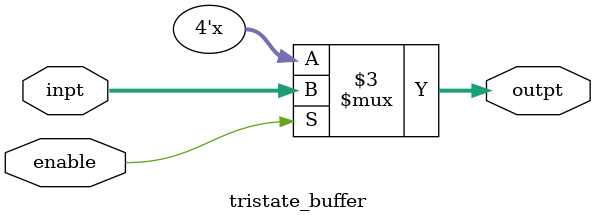
<source format=v>
module tristate_buffer(input enable, input[3:0] inpt, output reg[3:0] outpt);

always @(*) begin
  if (enable) begin
    outpt <= inpt;
  end
  else begin
    outpt <= 4'bzzzz; // tri-state output
  end
end

endmodule

</source>
